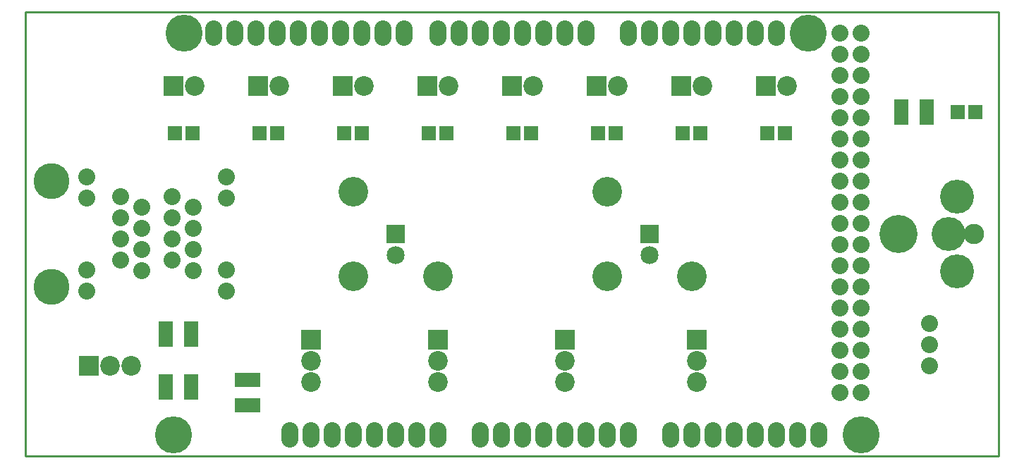
<source format=gts>
G04 (created by PCBNEW-RS274X (2011-05-25)-stable) date Thu 31 Oct 2013 03:42:36 PM EDT*
G01*
G70*
G90*
%MOIN*%
G04 Gerber Fmt 3.4, Leading zero omitted, Abs format*
%FSLAX34Y34*%
G04 APERTURE LIST*
%ADD10C,0.006000*%
%ADD11C,0.009000*%
%ADD12C,0.096000*%
%ADD13C,0.160000*%
%ADD14C,0.180000*%
%ADD15C,0.175000*%
%ADD16O,0.080000X0.120000*%
%ADD17C,0.080000*%
%ADD18R,0.070000X0.120000*%
%ADD19R,0.067000X0.067000*%
%ADD20C,0.093000*%
%ADD21R,0.093000X0.093000*%
%ADD22R,0.120000X0.070000*%
%ADD23C,0.170000*%
%ADD24C,0.140000*%
%ADD25R,0.085000X0.085000*%
%ADD26C,0.085000*%
G04 APERTURE END LIST*
G54D10*
G54D11*
X89500Y-51500D02*
X43500Y-51500D01*
X43500Y-30500D02*
X89500Y-30500D01*
X43500Y-30500D02*
X43500Y-51500D01*
X89500Y-51500D02*
X89500Y-30500D01*
G54D12*
X88320Y-41000D03*
G54D13*
X87140Y-41000D03*
G54D14*
X84780Y-41000D03*
G54D13*
X87530Y-39230D03*
X87530Y-42770D03*
G54D15*
X50500Y-50500D03*
X51000Y-31500D03*
X83000Y-50500D03*
X80500Y-31500D03*
G54D16*
X56000Y-50500D03*
X57000Y-50500D03*
X58000Y-50500D03*
X59000Y-50500D03*
X60000Y-50500D03*
X61000Y-50500D03*
X62000Y-50500D03*
X63000Y-50500D03*
X65000Y-50500D03*
X66000Y-50500D03*
X67000Y-50500D03*
X68000Y-50500D03*
X69000Y-50500D03*
X70000Y-50500D03*
X71000Y-50500D03*
X72000Y-50500D03*
X74000Y-50500D03*
X75000Y-50500D03*
X76000Y-50500D03*
X77000Y-50500D03*
X78000Y-50500D03*
X79000Y-50500D03*
X80000Y-50500D03*
X81000Y-50500D03*
X52400Y-31500D03*
X53400Y-31500D03*
X54400Y-31500D03*
X55400Y-31500D03*
X56400Y-31500D03*
X57400Y-31500D03*
X58400Y-31500D03*
X59400Y-31500D03*
X60400Y-31500D03*
X61400Y-31500D03*
X63000Y-31500D03*
X70000Y-31500D03*
X69000Y-31500D03*
X68000Y-31500D03*
X67000Y-31500D03*
X66000Y-31500D03*
X65000Y-31500D03*
X64000Y-31500D03*
X72000Y-31500D03*
X73000Y-31500D03*
X74000Y-31500D03*
X75000Y-31500D03*
X76000Y-31500D03*
X77000Y-31500D03*
X78000Y-31500D03*
X79000Y-31500D03*
G54D17*
X82000Y-31500D03*
X83000Y-31500D03*
X82000Y-32500D03*
X83000Y-32500D03*
X82000Y-33500D03*
X83000Y-33500D03*
X82000Y-34500D03*
X83000Y-34500D03*
X82000Y-35500D03*
X83000Y-35500D03*
X82000Y-36500D03*
X83000Y-36500D03*
X82000Y-37500D03*
X83000Y-37500D03*
X82000Y-38500D03*
X83000Y-38500D03*
X82000Y-39500D03*
X83000Y-39500D03*
X82000Y-40500D03*
X83000Y-40500D03*
X82000Y-41500D03*
X83000Y-41500D03*
X82000Y-42500D03*
X83000Y-42500D03*
X82000Y-43500D03*
X83000Y-43500D03*
X82000Y-44500D03*
X83000Y-44500D03*
X82000Y-45500D03*
X83000Y-45500D03*
X82000Y-46500D03*
X83000Y-46500D03*
X82000Y-47500D03*
X83000Y-47500D03*
X82000Y-48500D03*
X83000Y-48500D03*
G54D18*
X84900Y-35250D03*
X86100Y-35250D03*
G54D19*
X55415Y-36250D03*
X54585Y-36250D03*
X87585Y-35250D03*
X88415Y-35250D03*
X51415Y-36250D03*
X50585Y-36250D03*
X79415Y-36250D03*
X78585Y-36250D03*
X75415Y-36250D03*
X74585Y-36250D03*
X59415Y-36250D03*
X58585Y-36250D03*
X63415Y-36250D03*
X62585Y-36250D03*
X67415Y-36250D03*
X66585Y-36250D03*
X71415Y-36250D03*
X70585Y-36250D03*
G54D20*
X69000Y-47000D03*
X69000Y-48000D03*
G54D21*
X69000Y-46000D03*
G54D20*
X75250Y-47000D03*
X75250Y-48000D03*
G54D21*
X75250Y-46000D03*
G54D20*
X63000Y-47000D03*
X63000Y-48000D03*
G54D21*
X63000Y-46000D03*
G54D20*
X57000Y-47000D03*
X57000Y-48000D03*
G54D21*
X57000Y-46000D03*
G54D20*
X51500Y-34000D03*
G54D21*
X50500Y-34000D03*
G54D20*
X55500Y-34000D03*
G54D21*
X54500Y-34000D03*
G54D20*
X59500Y-34000D03*
G54D21*
X58500Y-34000D03*
G54D20*
X63500Y-34000D03*
G54D21*
X62500Y-34000D03*
G54D20*
X67500Y-34000D03*
G54D21*
X66500Y-34000D03*
G54D20*
X71500Y-34000D03*
G54D21*
X70500Y-34000D03*
G54D20*
X75500Y-34000D03*
G54D21*
X74500Y-34000D03*
G54D20*
X79500Y-34000D03*
G54D21*
X78500Y-34000D03*
G54D18*
X51350Y-48250D03*
X50150Y-48250D03*
G54D22*
X54000Y-49100D03*
X54000Y-47900D03*
G54D18*
X50150Y-45750D03*
X51350Y-45750D03*
G54D23*
X44750Y-38500D03*
X44750Y-43500D03*
G54D17*
X46400Y-38300D03*
X46400Y-39300D03*
X46400Y-42700D03*
X46400Y-43700D03*
X48000Y-39250D03*
X48000Y-40250D03*
X48000Y-41250D03*
X48000Y-42250D03*
X49000Y-39750D03*
X49000Y-40750D03*
X49000Y-41750D03*
X49000Y-42750D03*
X50450Y-39250D03*
X50450Y-40250D03*
X51450Y-39750D03*
X51450Y-40750D03*
X50450Y-41250D03*
X51450Y-41750D03*
X50450Y-42250D03*
X51450Y-42750D03*
X53000Y-38300D03*
X53000Y-39300D03*
X53000Y-42700D03*
X53000Y-43700D03*
X86250Y-46250D03*
X86250Y-45250D03*
X86250Y-47250D03*
G54D24*
X59000Y-43000D03*
X59000Y-39000D03*
G54D25*
X61000Y-41000D03*
G54D26*
X61000Y-42000D03*
G54D24*
X63000Y-43000D03*
X71000Y-43000D03*
X71000Y-39000D03*
G54D25*
X73000Y-41000D03*
G54D26*
X73000Y-42000D03*
G54D24*
X75000Y-43000D03*
G54D20*
X47500Y-47250D03*
X48500Y-47250D03*
G54D21*
X46500Y-47250D03*
M02*

</source>
